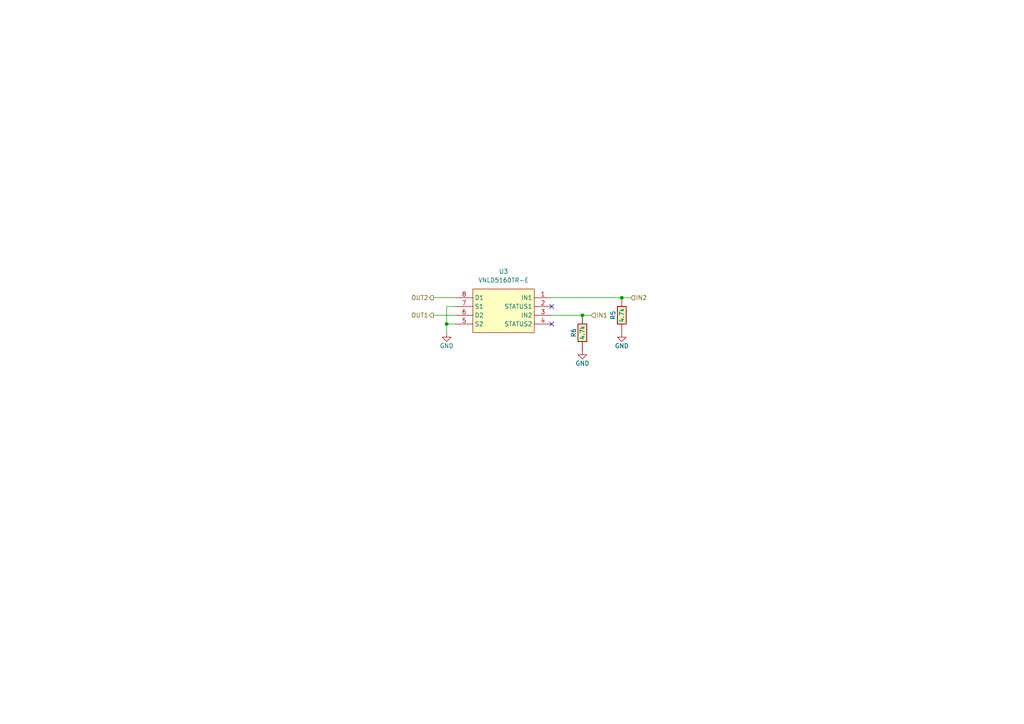
<source format=kicad_sch>
(kicad_sch (version 20231120) (generator "eeschema") (generator_version "8.0")
  (paper "A4")
  (title_block (title "UAEFI") (date "2024-08-15") (rev "D") (company "rusEFI.com"))
  (lib_symbols
    (symbol "chips:VNLD5160"
      (property "Reference" "U" (at 6.35 3.81 0))
      (property "Value" "VNLD5160TR-E" (at 12.7 -11.43 0))
      (symbol "VNLD5160_1_1"
        (rectangle (start 5.08 2.54) (end 22.86 -10.16) (fill (type background)))
        (pin input line (at 0 0 0) (length 5.08) (name "IN1") (number "1"))
        (pin open_collector line (at 0 -2.54 0) (length 5.08) (name "STATUS1") (number "2"))
        (pin input line (at 0 -5.08 0) (length 5.08) (name "IN2") (number "3"))
        (pin open_collector line (at 0 -7.62 0) (length 5.08) (name "STATUS2") (number "4"))
        (pin power_in line (at 27.94 -7.62 180) (length 5.08) (name "S2") (number "5"))
        (pin power_out line (at 27.94 -5.08 180) (length 5.08) (name "D2") (number "6"))
        (pin power_in line (at 27.94 -2.54 180) (length 5.08) (name "S1") (number "7"))
        (pin power_out line (at 27.94 0 180) (length 5.08) (name "D1") (number "8"))
      )
    )
    (symbol "hellen-one-common:Res" (pin_numbers hide)
      (property "Reference" "R" (at 3.81 2.54 0))
      (property "Value" "Res" (at 5.08 -2.54 0))
      (symbol "Res_1_0"
        (rectangle (start 2.54 -1.27) (end 7.62 1.27) (stroke (width 0.254)) (fill (type background)))
        (pin passive line (at 0 0 0) (length 2.54) (name "") (number "1"))
        (pin passive line (at 10.16 0 180) (length 2.54) (name "") (number "2"))
      )
    )
    (symbol "power:GND" (power) (pin_names (offset 0))
      (property "Value" "GND" (at 0 -3.81 0))
      (symbol "GND_0_1"
        (polyline (pts (xy 0 0) (xy 0 -1.27) (xy 1.27 -1.27) (xy 0 -2.54) (xy -1.27 -1.27) (xy 0 -1.27)))
      )
      (symbol "GND_1_1"
        (pin power_in line (at 0 0 270) (length 0) hide (name "GND") (number "1"))
      )
    )
  )
  (junction (at 168.91 91.44))
  (junction (at 129.54 93.98))
  (junction (at 180.34 86.36))
  (no_connect (at 160.02 88.9))
  (no_connect (at 160.02 93.98))
  (wire (pts (xy 129.54 93.98) (xy 132.08 93.98)))
  (wire (pts (xy 125.73 86.36) (xy 132.08 86.36)))
  (wire (pts (xy 168.91 91.44) (xy 171.45 91.44)))
  (wire (pts (xy 160.02 86.36) (xy 180.34 86.36)))
  (wire (pts (xy 160.02 91.44) (xy 168.91 91.44)))
  (wire (pts (xy 129.54 93.98) (xy 129.54 88.9)))
  (wire (pts (xy 125.73 91.44) (xy 132.08 91.44)))
  (wire (pts (xy 129.54 96.52) (xy 129.54 93.98)))
  (wire (pts (xy 180.34 86.36) (xy 182.88 86.36)))
  (wire (pts (xy 129.54 88.9) (xy 132.08 88.9)))
  (hierarchical_label "OUT2" (shape output) (at 125.73 86.36 180))
  (hierarchical_label "IN2" (shape input) (at 182.88 86.36 0))
  (hierarchical_label "IN1" (shape input) (at 171.45 91.44 0))
  (hierarchical_label "OUT1" (shape output) (at 125.73 91.44 180))
  (symbol (lib_id "power:GND") (at 129.54 96.52 0) (mirror y) (unit 1)
    (property "Reference" "#PWR024" (effects (hide yes)))
    (property "Value" "GND" (at 129.54 100.33 0))
    (instances (project "stabildaytona" (path "" (reference "#PWR024") (unit 1)) (path "" (reference "#PWR0101") (unit 1)) (path "" (reference "#PWR05") (unit 1))))
  )
  (symbol (lib_id "chips:VNLD5160") (at 160.02 86.36 0) (mirror y) (unit 1)
    (property "Reference" "U3" (at 146.05 78.74 0))
    (property "Value" "VNLD5160TR-E" (at 146.05 81.28 0))
    (property "Footprint" "Package_SO:SOIC-8_3.9x4.9mm_P1.27mm" (effects (hide yes)))
    (property "LCSC" "C377942" (effects (hide yes)))
    (instances (project "stabildaytona" (path "" (reference "U3") (unit 1)) (path "" (reference "U1") (unit 1)) (path "" (reference "U2") (unit 1))))
  )
  (symbol (lib_id "power:GND") (at 180.34 96.52 0) (unit 1)
    (property "Reference" "#PWR027" (effects (hide yes)))
    (property "Value" "GND" (at 180.34 100.33 0))
    (instances (project "stabildaytona" (path "" (reference "#PWR027") (unit 1)) (path "" (reference "#PWR0103") (unit 1)) (path "" (reference "#PWR09") (unit 1))))
  )
  (symbol (lib_id "power:GND") (at 168.91 101.6 0) (unit 1)
    (property "Reference" "#PWR025" (effects (hide yes)))
    (property "Value" "GND" (at 168.91 105.41 0))
    (instances (project "stabildaytona" (path "" (reference "#PWR025") (unit 1)) (path "" (reference "#PWR0102") (unit 1)) (path "" (reference "#PWR07") (unit 1))))
  )
  (symbol (lib_id "hellen-one-common:Res") (at 180.34 86.36 90) (mirror x) (unit 1)
    (property "Reference" "R5" (at 177.8 91.44 0))
    (property "Value" "4.7k" (at 180.34 91.44 0))
    (property "Footprint" "hellen-one-common:R0603" (effects (hide yes)))
    (property "LCSC" "C23162" (effects (hide yes)))
    (instances (project "stabildaytona" (path "" (reference "R5") (unit 1)) (path "" (reference "R1") (unit 1)) (path "" (reference "R3") (unit 1))))
  )
  (symbol (lib_id "hellen-one-common:Res") (at 168.91 91.44 90) (mirror x) (unit 1)
    (property "Reference" "R6" (at 166.37 96.52 0))
    (property "Value" "4.7k" (at 168.91 96.52 0))
    (property "Footprint" "hellen-one-common:R0603" (effects (hide yes)))
    (property "LCSC" "C23162" (effects (hide yes)))
    (instances (project "stabildaytona" (path "" (reference "R6") (unit 1)) (path "" (reference "R2") (unit 1)) (path "" (reference "R4") (unit 1))))
  )
)
</source>
